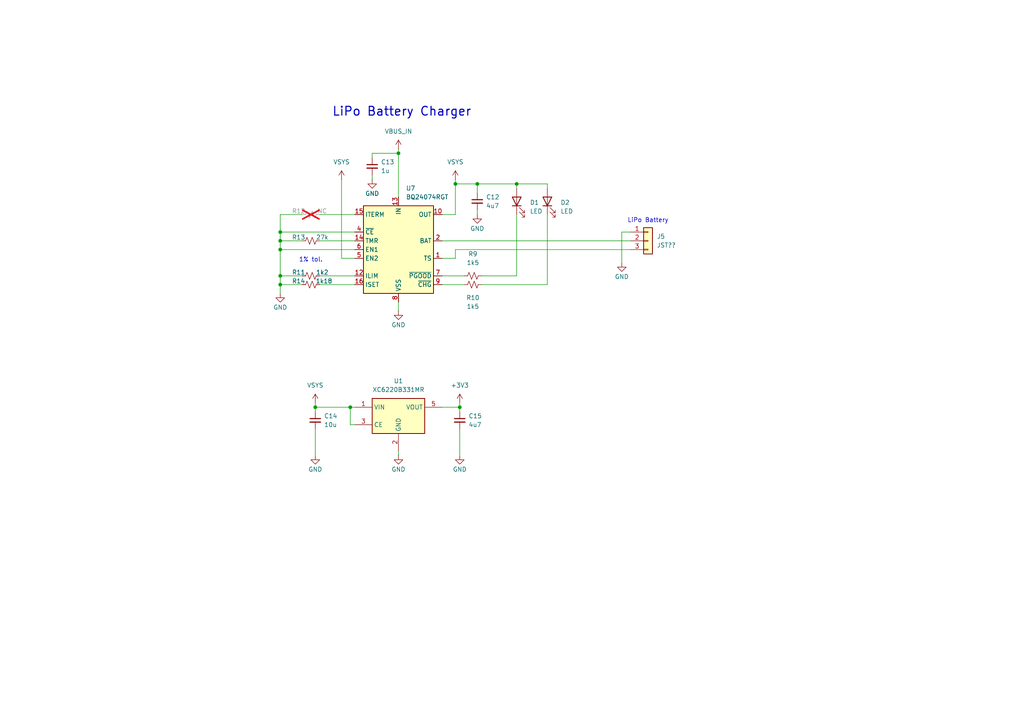
<source format=kicad_sch>
(kicad_sch (version 20250114) (generator "eeschema") (generator_version "9.0")
  (paper "A4")
  (title_block (title "Bluetooth Keypad and USB Hub") (date "2025-12-13") (rev "0") (company "B. Kuhn"))
  (lib_symbols
    (symbol "Battery_Management:BQ24074RGT"
      (property "Reference" "U" (at -8.89 13.97 0))
      (property "Value" "BQ24074RGT" (at 16.51 13.97 0))
      (symbol "BQ24074RGT_0_1"
        (rectangle (start -10.16 12.7) (end 10.16 -12.7) (stroke (width 0.254)) (fill (type background)))
      )
      (symbol "BQ24074RGT_1_1"
        (pin input line (at -12.7 10.16 0) (length 2.54) (name "ITERM") (number "15"))
        (pin input line (at -12.7 5.08 0) (length 2.54) (name "~{CE}") (number "4"))
        (pin input line (at -12.7 2.54 0) (length 2.54) (name "TMR") (number "14"))
        (pin input line (at -12.7 0 0) (length 2.54) (name "EN1") (number "6"))
        (pin input line (at -12.7 -2.54 0) (length 2.54) (name "EN2") (number "5"))
        (pin passive line (at -12.7 -7.62 0) (length 2.54) (name "ILIM") (number "12"))
        (pin passive line (at -12.7 -10.16 0) (length 2.54) (name "ISET") (number "16"))
        (pin power_in line (at 0 15.24 270) (length 2.54) (name "IN") (number "13"))
        (pin passive line (at 0 -15.24 90) (length 2.54) (hide yes) (name "VSS") (number "17"))
        (pin power_in line (at 0 -15.24 90) (length 2.54) (name "VSS") (number "8"))
        (pin power_out line (at 12.7 10.16 180) (length 2.54) (name "OUT") (number "10"))
        (pin passive line (at 12.7 10.16 180) (length 2.54) (hide yes) (name "OUT") (number "11"))
        (pin power_out line (at 12.7 2.54 180) (length 2.54) (name "BAT") (number "2"))
        (pin passive line (at 12.7 2.54 180) (length 2.54) (hide yes) (name "BAT") (number "3"))
        (pin passive line (at 12.7 -2.54 180) (length 2.54) (name "TS") (number "1"))
        (pin open_collector line (at 12.7 -7.62 180) (length 2.54) (name "~{PGOOD}") (number "7"))
        (pin open_collector line (at 12.7 -10.16 180) (length 2.54) (name "~{CHG}") (number "9"))
      )
    )
    (symbol "Connector_Generic:Conn_01x03" (pin_names (offset 1.016) (hide yes))
      (property "Reference" "J" (at 0 5.08 0))
      (property "Value" "Conn_01x03" (at 0 -5.08 0))
      (symbol "Conn_01x03_1_1"
        (rectangle (start -1.27 3.81) (end 1.27 -3.81) (stroke (width 0.254)) (fill (type background)))
        (rectangle (start -1.27 2.667) (end 0 2.413) (stroke (width 0.1524)))
        (rectangle (start -1.27 0.127) (end 0 -0.127) (stroke (width 0.1524)))
        (rectangle (start -1.27 -2.413) (end 0 -2.667) (stroke (width 0.1524)))
        (pin passive line (at -5.08 2.54 0) (length 3.81) (name "Pin_1") (number "1"))
        (pin passive line (at -5.08 0 0) (length 3.81) (name "Pin_2") (number "2"))
        (pin passive line (at -5.08 -2.54 0) (length 3.81) (name "Pin_3") (number "3"))
      )
    )
    (symbol "Device:C_Small" (pin_numbers (hide yes)) (pin_names (offset 0.254) (hide yes))
      (property "Reference" "C" (at 0.254 1.778 0))
      (property "Value" "C_Small" (at 0.254 -2.032 0))
      (symbol "C_Small_0_1"
        (polyline (pts (xy -1.524 0.508) (xy 1.524 0.508)) (stroke (width 0.3048)))
        (polyline (pts (xy -1.524 -0.508) (xy 1.524 -0.508)) (stroke (width 0.3302)))
      )
      (symbol "C_Small_1_1"
        (pin passive line (at 0 2.54 270) (length 2.032) (name "~") (number "1"))
        (pin passive line (at 0 -2.54 90) (length 2.032) (name "~") (number "2"))
      )
    )
    (symbol "Device:LED" (pin_numbers (hide yes)) (pin_names (offset 1.016) (hide yes))
      (property "Reference" "D" (at 0 2.54 0))
      (property "Value" "LED" (at 0 -2.54 0))
      (symbol "LED_0_1"
        (polyline (pts (xy -3.048 -0.762) (xy -4.572 -2.286) (xy -3.81 -2.286) (xy -4.572 -2.286) (xy -4.572 -1.524)))
        (polyline (pts (xy -1.778 -0.762) (xy -3.302 -2.286) (xy -2.54 -2.286) (xy -3.302 -2.286) (xy -3.302 -1.524)))
        (polyline (pts (xy -1.27 0) (xy 1.27 0)))
        (polyline (pts (xy -1.27 -1.27) (xy -1.27 1.27)) (stroke (width 0.254)))
        (polyline (pts (xy 1.27 -1.27) (xy 1.27 1.27) (xy -1.27 0) (xy 1.27 -1.27)) (stroke (width 0.254)))
      )
      (symbol "LED_1_1"
        (pin passive line (at -3.81 0 0) (length 2.54) (name "K") (number "1"))
        (pin passive line (at 3.81 0 180) (length 2.54) (name "A") (number "2"))
      )
    )
    (symbol "Device:R_Small_US" (pin_numbers (hide yes)) (pin_names (offset 0.254) (hide yes))
      (property "Reference" "R" (at 0.762 0.508 0))
      (property "Value" "R_Small_US" (at 0.762 -1.016 0))
      (symbol "R_Small_US_1_1"
        (polyline (pts (xy 0 1.524) (xy 1.016 1.143) (xy 0 0.762) (xy -1.016 0.381) (xy 0 0)))
        (polyline (pts (xy 0 0) (xy 1.016 -0.381) (xy 0 -0.762) (xy -1.016 -1.143) (xy 0 -1.524)))
        (pin passive line (at 0 2.54 270) (length 1.016) (name "~") (number "1"))
        (pin passive line (at 0 -2.54 90) (length 1.016) (name "~") (number "2"))
      )
    )
    (symbol "Regulator_Linear:XC6220B331MR"
      (property "Reference" "U" (at 0 8.89 0))
      (property "Value" "XC6220B331MR" (at 0 6.35 0))
      (symbol "XC6220B331MR_0_1"
        (rectangle (start -7.62 5.08) (end 7.62 -5.08) (stroke (width 0.254)) (fill (type background)))
      )
      (symbol "XC6220B331MR_1_1"
        (pin power_in line (at -12.7 2.54 0) (length 5.08) (name "VIN") (number "1"))
        (pin input line (at -12.7 -2.54 0) (length 5.08) (name "CE") (number "3"))
        (pin power_in line (at 0 -10.16 90) (length 5.08) (name "GND") (number "2"))
        (pin no_connect line (at 7.62 -2.54 180) (length 5.08) (hide yes) (name "NC") (number "4"))
        (pin power_out line (at 12.7 2.54 180) (length 5.08) (name "VOUT") (number "5"))
      )
    )
    (symbol "power:+3V3" (power) (pin_numbers (hide yes)) (pin_names (offset 0) (hide yes))
      (property "Value" "+3V3" (at 0 3.556 0))
      (symbol "+3V3_0_1"
        (polyline (pts (xy -0.762 1.27) (xy 0 2.54)))
        (polyline (pts (xy 0 2.54) (xy 0.762 1.27)))
        (polyline (pts (xy 0 0) (xy 0 2.54)))
      )
      (symbol "+3V3_1_1"
        (pin power_in line (at 0 0 90) (length 0) (name "~") (number "1"))
      )
    )
    (symbol "power:GND" (power) (pin_numbers (hide yes)) (pin_names (offset 0) (hide yes))
      (property "Value" "GND" (at 0 -3.81 0))
      (symbol "GND_0_1"
        (polyline (pts (xy 0 0) (xy 0 -1.27) (xy 1.27 -1.27) (xy 0 -2.54) (xy -1.27 -1.27) (xy 0 -1.27)))
      )
      (symbol "GND_1_1"
        (pin power_in line (at 0 0 270) (length 0) (name "~") (number "1"))
      )
    )
  )
  (text "LiPo Battery Charger" (at 96.266 30.988 0) (effects (font (size 2.54 2.54) (thickness 0.3175)) (justify left top)))
  (text "LiPo Battery" (at 187.96 64.008 0) (effects (font (size 1.27 1.27))))
  (text "1% tol." (at 90.17 75.438 0) (effects (font (size 1.27 1.27))))
  (junction (at 132.08 53.34))
  (junction (at 91.44 118.11))
  (junction (at 101.6 118.11))
  (junction (at 81.28 80.01))
  (junction (at 81.28 72.39))
  (junction (at 133.35 118.11))
  (junction (at 138.43 53.34))
  (junction (at 81.28 82.55))
  (junction (at 115.57 44.45))
  (junction (at 81.28 67.31))
  (junction (at 81.28 69.85))
  (junction (at 149.86 53.34))
  (wire (pts (xy 182.88 67.31) (xy 180.34 67.31)))
  (wire (pts (xy 128.27 74.93) (xy 132.08 74.93)))
  (wire (pts (xy 87.63 62.23) (xy 81.28 62.23)))
  (wire (pts (xy 132.08 53.34) (xy 138.43 53.34)))
  (wire (pts (xy 81.28 62.23) (xy 81.28 67.31)))
  (wire (pts (xy 102.87 69.85) (xy 92.71 69.85)))
  (wire (pts (xy 92.71 80.01) (xy 102.87 80.01)))
  (wire (pts (xy 149.86 54.61) (xy 149.86 53.34)))
  (wire (pts (xy 81.28 82.55) (xy 87.63 82.55)))
  (wire (pts (xy 133.35 116.84) (xy 133.35 118.11)))
  (wire (pts (xy 115.57 130.81) (xy 115.57 132.08)))
  (wire (pts (xy 139.7 82.55) (xy 158.75 82.55)))
  (wire (pts (xy 158.75 82.55) (xy 158.75 62.23)))
  (wire (pts (xy 99.06 52.07) (xy 99.06 74.93)))
  (wire (pts (xy 128.27 118.11) (xy 133.35 118.11)))
  (wire (pts (xy 139.7 80.01) (xy 149.86 80.01)))
  (wire (pts (xy 102.87 62.23) (xy 92.71 62.23)))
  (wire (pts (xy 128.27 69.85) (xy 182.88 69.85)))
  (wire (pts (xy 132.08 52.07) (xy 132.08 53.34)))
  (wire (pts (xy 81.28 80.01) (xy 87.63 80.01)))
  (wire (pts (xy 149.86 53.34) (xy 138.43 53.34)))
  (wire (pts (xy 138.43 60.96) (xy 138.43 62.23)))
  (wire (pts (xy 128.27 80.01) (xy 134.62 80.01)))
  (wire (pts (xy 107.95 45.72) (xy 107.95 44.45)))
  (wire (pts (xy 107.95 50.8) (xy 107.95 52.07)))
  (wire (pts (xy 115.57 44.45) (xy 115.57 57.15)))
  (wire (pts (xy 133.35 118.11) (xy 133.35 119.38)))
  (wire (pts (xy 101.6 118.11) (xy 102.87 118.11)))
  (wire (pts (xy 128.27 62.23) (xy 132.08 62.23)))
  (wire (pts (xy 81.28 69.85) (xy 81.28 72.39)))
  (wire (pts (xy 115.57 87.63) (xy 115.57 90.17)))
  (wire (pts (xy 102.87 123.19) (xy 101.6 123.19)))
  (wire (pts (xy 87.63 69.85) (xy 81.28 69.85)))
  (wire (pts (xy 92.71 82.55) (xy 102.87 82.55)))
  (wire (pts (xy 91.44 118.11) (xy 101.6 118.11)))
  (wire (pts (xy 81.28 72.39) (xy 81.28 80.01)))
  (wire (pts (xy 81.28 67.31) (xy 81.28 69.85)))
  (wire (pts (xy 91.44 116.84) (xy 91.44 118.11)))
  (wire (pts (xy 91.44 124.46) (xy 91.44 132.08)))
  (wire (pts (xy 128.27 82.55) (xy 134.62 82.55)))
  (wire (pts (xy 180.34 67.31) (xy 180.34 76.2)))
  (wire (pts (xy 102.87 67.31) (xy 81.28 67.31)))
  (wire (pts (xy 158.75 54.61) (xy 158.75 53.34)))
  (wire (pts (xy 81.28 72.39) (xy 102.87 72.39)))
  (wire (pts (xy 91.44 119.38) (xy 91.44 118.11)))
  (wire (pts (xy 132.08 62.23) (xy 132.08 53.34)))
  (wire (pts (xy 133.35 124.46) (xy 133.35 132.08)))
  (wire (pts (xy 101.6 123.19) (xy 101.6 118.11)))
  (wire (pts (xy 132.08 74.93) (xy 132.08 72.39)))
  (wire (pts (xy 81.28 80.01) (xy 81.28 82.55)))
  (wire (pts (xy 138.43 53.34) (xy 138.43 55.88)))
  (wire (pts (xy 102.87 74.93) (xy 99.06 74.93)))
  (wire (pts (xy 132.08 72.39) (xy 182.88 72.39)))
  (wire (pts (xy 149.86 80.01) (xy 149.86 62.23)))
  (wire (pts (xy 107.95 44.45) (xy 115.57 44.45)))
  (wire (pts (xy 81.28 82.55) (xy 81.28 85.09)))
  (wire (pts (xy 115.57 43.18) (xy 115.57 44.45)))
  (wire (pts (xy 158.75 53.34) (xy 149.86 53.34)))
  (symbol (lib_id "power:+3V3") (at 132.08 52.07 0) (unit 1)
    (property "Reference" "#PWR019" (effects (hide yes)))
    (property "Value" "VSYS" (at 132.08 46.99 0))
    (property "Description" "Power symbol creates a global label with name \"+3V3\"" (effects (hide yes)))
  )
  (symbol (lib_id "Device:LED") (at 158.75 58.42 90) (unit 1)
    (property "Reference" "D2" (at 162.56 58.7374 90) (effects (justify right)))
    (property "Value" "LED" (at 162.56 61.2774 90) (effects (justify right)))
    (property "Description" "Light emitting diode" (effects (hide yes)))
    (property "Sim.Pins" "1=K 2=A" (effects (hide yes)))
  )
  (symbol (lib_id "power:GND") (at 115.57 90.17 0) (unit 1)
    (property "Reference" "#PWR023" (effects (hide yes)))
    (property "Value" "GND" (at 115.57 94.234 0))
    (property "Description" "Power symbol creates a global label with name \"GND\" , ground" (effects (hide yes)))
  )
  (symbol (lib_id "power:+3V3") (at 91.44 116.84 0) (unit 1)
    (property "Reference" "#PWR034" (effects (hide yes)))
    (property "Value" "VSYS" (at 91.44 111.76 0))
    (property "Description" "Power symbol creates a global label with name \"+3V3\"" (effects (hide yes)))
  )
  (symbol (lib_id "Device:R_Small_US") (at 90.17 69.85 270) (unit 1)
    (property "Reference" "R13" (at 86.614 68.834 90))
    (property "Value" "27k" (at 93.472 68.834 90))
    (property "Description" "Resistor, small US symbol" (effects (hide yes)))
  )
  (symbol (lib_id "power:+3V3") (at 133.35 116.84 0) (unit 1)
    (property "Reference" "#PWR035" (effects (hide yes)))
    (property "Value" "+3V3" (at 133.35 111.76 0))
    (property "Description" "Power symbol creates a global label with name \"+3V3\"" (effects (hide yes)))
  )
  (symbol (lib_id "power:GND") (at 81.28 85.09 0) (unit 1)
    (property "Reference" "#PWR021" (effects (hide yes)))
    (property "Value" "GND" (at 81.28 89.154 0))
    (property "Description" "Power symbol creates a global label with name \"GND\" , ground" (effects (hide yes)))
  )
  (symbol (lib_id "Battery_Management:BQ24074RGT") (at 115.57 72.39 0) (unit 1)
    (property "Reference" "U7" (at 117.7133 54.61 0) (effects (justify left)))
    (property "Value" "BQ24074RGT" (at 117.7133 57.15 0) (effects (justify left)))
    (property "Footprint" "Package_DFN_QFN:VQFN-16-1EP_3x3mm_P0.5mm_EP1.6x1.6mm" (effects (hide yes)))
    (property "Datasheet" "http://www.ti.com/lit/ds/symlink/bq24074.pdf" (effects (hide yes)))
    (property "Description" "USB-Friendly Li-Ion Battery Charger and Power-Path Management, VQFN-16" (effects (hide yes)))
  )
  (symbol (lib_id "power:GND") (at 133.35 132.08 0) (unit 1)
    (property "Reference" "#PWR033" (effects (hide yes)))
    (property "Value" "GND" (at 133.35 136.144 0))
    (property "Description" "Power symbol creates a global label with name \"GND\" , ground" (effects (hide yes)))
  )
  (symbol (lib_id "power:+3V3") (at 115.57 43.18 0) (unit 1)
    (property "Reference" "#PWR024" (effects (hide yes)))
    (property "Value" "VBUS_IN" (at 115.57 38.1 0))
    (property "Description" "Power symbol creates a global label with name \"+3V3\"" (effects (hide yes)))
  )
  (symbol (lib_id "Regulator_Linear:XC6220B331MR") (at 115.57 120.65 0) (unit 1)
    (property "Reference" "U1" (at 115.57 110.49 0))
    (property "Value" "XC6220B331MR" (at 115.57 113.03 0))
    (property "Footprint" "Package_TO_SOT_SMD:SOT-23-5" (effects (hide yes)))
    (property "Datasheet" "https://www.torexsemi.com/file/xc6220/XC6220.pdf" (effects (hide yes)))
    (property "Description" "1A, Low Drop-out Voltage Regulator, Fixed Output 3.3V, SOT-23-5" (effects (hide yes)))
  )
  (symbol (lib_id "Device:R_Small_US") (at 90.17 82.55 270) (unit 1)
    (property "Reference" "R14" (at 86.614 81.534 90))
    (property "Value" "1k18" (at 93.98 81.534 90))
    (property "Description" "Resistor, small US symbol" (effects (hide yes)))
  )
  (symbol (lib_id "Device:R_Small_US") (at 90.17 62.23 270) (unit 1) (in_bom no) (dnp yes)
    (property "Reference" "R12" (at 86.614 61.214 90))
    (property "Value" "NC" (at 93.472 61.214 90))
    (property "Description" "Resistor, small US symbol" (effects (hide yes)))
  )
  (symbol (lib_id "power:+3V3") (at 99.06 52.07 0) (unit 1)
    (property "Reference" "#PWR022" (effects (hide yes)))
    (property "Value" "VSYS" (at 99.06 46.99 0))
    (property "Description" "Power symbol creates a global label with name \"+3V3\"" (effects (hide yes)))
  )
  (symbol (lib_id "power:GND") (at 107.95 52.07 0) (unit 1)
    (property "Reference" "#PWR025" (effects (hide yes)))
    (property "Value" "GND" (at 107.95 56.134 0))
    (property "Description" "Power symbol creates a global label with name \"GND\" , ground" (effects (hide yes)))
  )
  (symbol (lib_id "Device:C_Small") (at 133.35 121.92 0) (unit 1)
    (property "Reference" "C15" (at 135.89 120.6562 0) (effects (justify left)))
    (property "Value" "4u7" (at 135.89 123.1962 0) (effects (justify left)))
    (property "Description" "Unpolarized capacitor, small symbol" (effects (hide yes)))
  )
  (symbol (lib_id "Device:R_Small_US") (at 137.16 80.01 90) (unit 1)
    (property "Reference" "R9" (at 137.16 73.66 90))
    (property "Value" "1k5" (at 137.16 76.2 90))
    (property "Description" "Resistor, small US symbol" (effects (hide yes)))
  )
  (symbol (lib_id "Device:LED") (at 149.86 58.42 90) (unit 1)
    (property "Reference" "D1" (at 153.67 58.7374 90) (effects (justify right)))
    (property "Value" "LED" (at 153.67 61.2774 90) (effects (justify right)))
    (property "Description" "Light emitting diode" (effects (hide yes)))
    (property "Sim.Pins" "1=K 2=A" (effects (hide yes)))
  )
  (symbol (lib_id "Device:C_Small") (at 107.95 48.26 0) (unit 1)
    (property "Reference" "C13" (at 110.49 46.9962 0) (effects (justify left)))
    (property "Value" "1u" (at 110.49 49.5362 0) (effects (justify left)))
    (property "Description" "Unpolarized capacitor, small symbol" (effects (hide yes)))
  )
  (symbol (lib_id "Connector_Generic:Conn_01x03") (at 187.96 69.85 0) (unit 1)
    (property "Reference" "J5" (at 190.5 68.5799 0) (effects (justify left)))
    (property "Value" "JST??" (at 190.5 71.1199 0) (effects (justify left)))
    (property "Description" "Generic connector, single row, 01x03, script generated (kicad-library-utils/schlib/autogen/connector/)" (effects (hide yes)))
  )
  (symbol (lib_id "Device:R_Small_US") (at 137.16 82.55 90) (unit 1)
    (property "Reference" "R10" (at 137.16 86.36 90))
    (property "Value" "1k5" (at 137.16 88.9 90))
    (property "Description" "Resistor, small US symbol" (effects (hide yes)))
  )
  (symbol (lib_id "power:GND") (at 91.44 132.08 0) (unit 1)
    (property "Reference" "#PWR031" (effects (hide yes)))
    (property "Value" "GND" (at 91.44 136.144 0))
    (property "Description" "Power symbol creates a global label with name \"GND\" , ground" (effects (hide yes)))
  )
  (symbol (lib_id "Device:R_Small_US") (at 90.17 80.01 270) (unit 1)
    (property "Reference" "R11" (at 86.614 78.994 90))
    (property "Value" "1k2" (at 93.472 78.994 90))
    (property "Description" "Resistor, small US symbol" (effects (hide yes)))
  )
  (symbol (lib_id "Device:C_Small") (at 91.44 121.92 0) (unit 1)
    (property "Reference" "C14" (at 93.98 120.6562 0) (effects (justify left)))
    (property "Value" "10u" (at 93.98 123.1962 0) (effects (justify left)))
    (property "Description" "Unpolarized capacitor, small symbol" (effects (hide yes)))
  )
  (symbol (lib_id "power:GND") (at 115.57 132.08 0) (unit 1)
    (property "Reference" "#PWR032" (effects (hide yes)))
    (property "Value" "GND" (at 115.57 136.144 0))
    (property "Description" "Power symbol creates a global label with name \"GND\" , ground" (effects (hide yes)))
  )
  (symbol (lib_id "power:GND") (at 138.43 62.23 0) (unit 1)
    (property "Reference" "#PWR020" (effects (hide yes)))
    (property "Value" "GND" (at 138.43 66.294 0))
    (property "Description" "Power symbol creates a global label with name \"GND\" , ground" (effects (hide yes)))
  )
  (symbol (lib_id "Device:C_Small") (at 138.43 58.42 0) (unit 1)
    (property "Reference" "C12" (at 140.97 57.1562 0) (effects (justify left)))
    (property "Value" "4u7" (at 140.97 59.6962 0) (effects (justify left)))
    (property "Description" "Unpolarized capacitor, small symbol" (effects (hide yes)))
  )
  (symbol (lib_id "power:GND") (at 180.34 76.2 0) (unit 1)
    (property "Reference" "#PWR018" (effects (hide yes)))
    (property "Value" "GND" (at 180.34 80.264 0))
    (property "Description" "Power symbol creates a global label with name \"GND\" , ground" (effects (hide yes)))
  )
)
</source>
